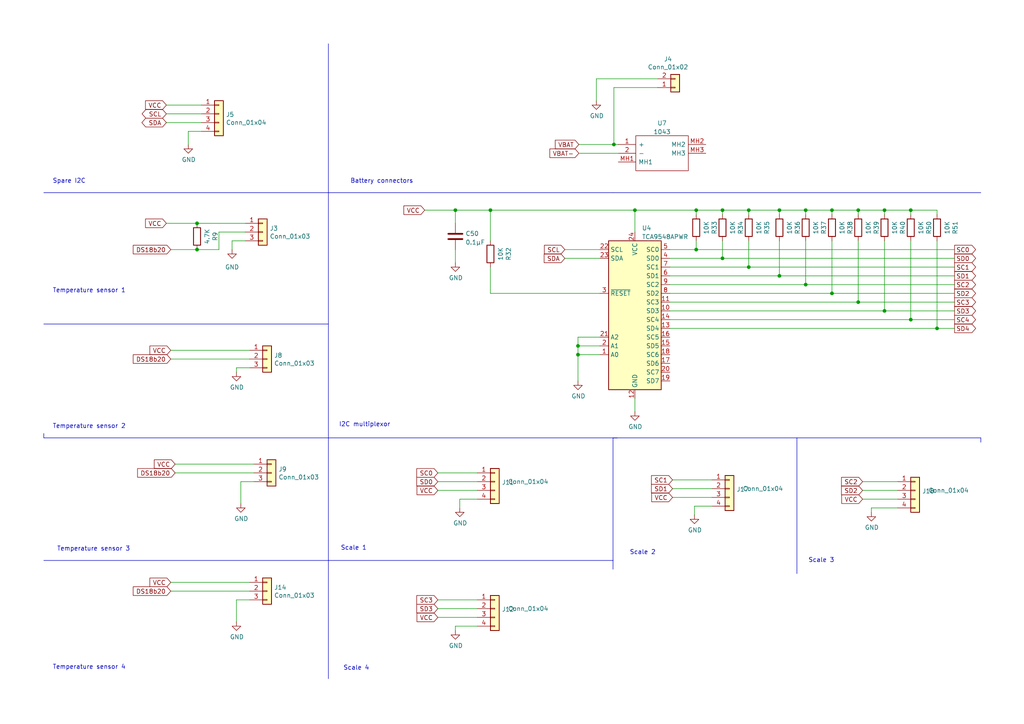
<source format=kicad_sch>
(kicad_sch (version 20230121) (generator eeschema)
  (paper "A4")
  (title_block (title "Open_beehive_scale_board") (date "2023-01-13") (rev "V0.4") (company "Ratamuse"))
  (lib_symbols
    (symbol "1043:1043" (pin_names (offset 0.762))
      (property "Reference" "U" (at 21.59 7.62 0))
      (property "Value" "1043" (at 21.59 5.08 0))
      (symbol "1043_0_0"
        (pin passive line (at 0 0 0) (length 5.08) (name "+") (number "1"))
        (pin passive line (at 0 -2.54 0) (length 5.08) (name "-") (number "2"))
        (pin passive line (at 0 -5.08 0) (length 5.08) (name "MH1") (number "MH1"))
        (pin passive line (at 25.4 0 180) (length 5.08) (name "MH2") (number "MH2"))
        (pin passive line (at 25.4 -2.54 180) (length 5.08) (name "MH3") (number "MH3"))
      )
      (symbol "1043_0_1"
        (polyline (pts (xy 5.08 2.54) (xy 20.32 2.54) (xy 20.32 -7.62) (xy 5.08 -7.62) (xy 5.08 2.54)) (stroke (width 0.1524)))
      )
    )
    (symbol "Connector_Generic:Conn_01x02" (pin_names (offset 1.016) hide)
      (property "Reference" "J" (at 0 2.54 0))
      (property "Value" "Conn_01x02" (at 0 -5.08 0))
      (symbol "Conn_01x02_1_1"
        (rectangle (start -1.27 -2.413) (end 0 -2.667) (stroke (width 0.1524)))
        (rectangle (start -1.27 0.127) (end 0 -0.127) (stroke (width 0.1524)))
        (rectangle (start -1.27 1.27) (end 1.27 -3.81) (stroke (width 0.254)) (fill (type background)))
        (pin passive line (at -5.08 0 0) (length 3.81) (name "Pin_1") (number "1"))
        (pin passive line (at -5.08 -2.54 0) (length 3.81) (name "Pin_2") (number "2"))
      )
    )
    (symbol "Connector_Generic:Conn_01x03" (pin_names (offset 1.016) hide)
      (property "Reference" "J" (at 0 5.08 0))
      (property "Value" "Conn_01x03" (at 0 -5.08 0))
      (symbol "Conn_01x03_1_1"
        (rectangle (start -1.27 -2.413) (end 0 -2.667) (stroke (width 0.1524)))
        (rectangle (start -1.27 0.127) (end 0 -0.127) (stroke (width 0.1524)))
        (rectangle (start -1.27 2.667) (end 0 2.413) (stroke (width 0.1524)))
        (rectangle (start -1.27 3.81) (end 1.27 -3.81) (stroke (width 0.254)) (fill (type background)))
        (pin passive line (at -5.08 2.54 0) (length 3.81) (name "Pin_1") (number "1"))
        (pin passive line (at -5.08 0 0) (length 3.81) (name "Pin_2") (number "2"))
        (pin passive line (at -5.08 -2.54 0) (length 3.81) (name "Pin_3") (number "3"))
      )
    )
    (symbol "Connector_Generic:Conn_01x04" (pin_names (offset 1.016) hide)
      (property "Reference" "J" (at 0 5.08 0))
      (property "Value" "Conn_01x04" (at 0 -7.62 0))
      (symbol "Conn_01x04_1_1"
        (rectangle (start -1.27 -4.953) (end 0 -5.207) (stroke (width 0.1524)))
        (rectangle (start -1.27 -2.413) (end 0 -2.667) (stroke (width 0.1524)))
        (rectangle (start -1.27 0.127) (end 0 -0.127) (stroke (width 0.1524)))
        (rectangle (start -1.27 2.667) (end 0 2.413) (stroke (width 0.1524)))
        (rectangle (start -1.27 3.81) (end 1.27 -6.35) (stroke (width 0.254)) (fill (type background)))
        (pin passive line (at -5.08 2.54 0) (length 3.81) (name "Pin_1") (number "1"))
        (pin passive line (at -5.08 0 0) (length 3.81) (name "Pin_2") (number "2"))
        (pin passive line (at -5.08 -2.54 0) (length 3.81) (name "Pin_3") (number "3"))
        (pin passive line (at -5.08 -5.08 0) (length 3.81) (name "Pin_4") (number "4"))
      )
    )
    (symbol "Device:C" (pin_numbers hide) (pin_names (offset 0.254))
      (property "Reference" "C" (at 0.635 2.54 0))
      (property "Value" "C" (at 0.635 -2.54 0))
      (symbol "C_0_1"
        (polyline (pts (xy -2.032 -0.762) (xy 2.032 -0.762)) (stroke (width 0.508)))
        (polyline (pts (xy -2.032 0.762) (xy 2.032 0.762)) (stroke (width 0.508)))
      )
      (symbol "C_1_1"
        (pin passive line (at 0 3.81 270) (length 2.794) (name "~") (number "1"))
        (pin passive line (at 0 -3.81 90) (length 2.794) (name "~") (number "2"))
      )
    )
    (symbol "Device:R" (pin_numbers hide) (pin_names (offset 0))
      (property "Reference" "R" (at 2.032 0 90))
      (property "Value" "R" (at 0 0 90))
      (symbol "R_0_1"
        (rectangle (start -1.016 -2.54) (end 1.016 2.54) (stroke (width 0.254)))
      )
      (symbol "R_1_1"
        (pin passive line (at 0 3.81 270) (length 1.27) (name "~") (number "1"))
        (pin passive line (at 0 -3.81 90) (length 1.27) (name "~") (number "2"))
      )
    )
    (symbol "Interface_Expansion:TCA9548APWR"
      (property "Reference" "U" (at -7.62 21.59 0))
      (property "Value" "TCA9548APWR" (at 1.016 21.59 0))
      (symbol "TCA9548APWR_0_1"
        (rectangle (start -7.62 20.32) (end 7.62 -22.86) (stroke (width 0.254)) (fill (type background)))
      )
      (symbol "TCA9548APWR_1_1"
        (pin input line (at -10.16 -12.7 0) (length 2.54) (name "A0") (number "1"))
        (pin bidirectional line (at 10.16 0 180) (length 2.54) (name "SD3") (number "10"))
        (pin output line (at 10.16 2.54 180) (length 2.54) (name "SC3") (number "11"))
        (pin power_in line (at 0 -25.4 90) (length 2.54) (name "GND") (number "12"))
        (pin bidirectional line (at 10.16 -5.08 180) (length 2.54) (name "SD4") (number "13"))
        (pin output line (at 10.16 -2.54 180) (length 2.54) (name "SC4") (number "14"))
        (pin bidirectional line (at 10.16 -10.16 180) (length 2.54) (name "SD5") (number "15"))
        (pin output line (at 10.16 -7.62 180) (length 2.54) (name "SC5") (number "16"))
        (pin bidirectional line (at 10.16 -15.24 180) (length 2.54) (name "SD6") (number "17"))
        (pin output line (at 10.16 -12.7 180) (length 2.54) (name "SC6") (number "18"))
        (pin bidirectional line (at 10.16 -20.32 180) (length 2.54) (name "SD7") (number "19"))
        (pin input line (at -10.16 -10.16 0) (length 2.54) (name "A1") (number "2"))
        (pin output line (at 10.16 -17.78 180) (length 2.54) (name "SC7") (number "20"))
        (pin input line (at -10.16 -7.62 0) (length 2.54) (name "A2") (number "21"))
        (pin input line (at -10.16 17.78 0) (length 2.54) (name "SCL") (number "22"))
        (pin bidirectional line (at -10.16 15.24 0) (length 2.54) (name "SDA") (number "23"))
        (pin power_in line (at 0 22.86 270) (length 2.54) (name "VCC") (number "24"))
        (pin input line (at -10.16 5.08 0) (length 2.54) (name "~{RESET}") (number "3"))
        (pin bidirectional line (at 10.16 15.24 180) (length 2.54) (name "SD0") (number "4"))
        (pin output line (at 10.16 17.78 180) (length 2.54) (name "SC0") (number "5"))
        (pin bidirectional line (at 10.16 10.16 180) (length 2.54) (name "SD1") (number "6"))
        (pin output line (at 10.16 12.7 180) (length 2.54) (name "SC1") (number "7"))
        (pin bidirectional line (at 10.16 5.08 180) (length 2.54) (name "SD2") (number "8"))
        (pin output line (at 10.16 7.62 180) (length 2.54) (name "SC2") (number "9"))
      )
    )
    (symbol "power:GND" (power) (pin_names (offset 0))
      (property "Value" "GND" (at 0 -3.81 0))
      (symbol "GND_0_1"
        (polyline (pts (xy 0 0) (xy 0 -1.27) (xy 1.27 -1.27) (xy 0 -2.54) (xy -1.27 -1.27) (xy 0 -1.27)))
      )
      (symbol "GND_1_1"
        (pin power_in line (at 0 0 270) (length 0) hide (name "GND") (number "1"))
      )
    )
  )
  (junction (at 57.15 72.39))
  (junction (at 142.24 60.96))
  (junction (at 209.55 74.93))
  (junction (at 256.54 90.17))
  (junction (at 201.93 60.96))
  (junction (at 57.15 64.77))
  (junction (at 248.92 87.63))
  (junction (at 241.3 60.96))
  (junction (at 233.68 82.55))
  (junction (at 217.17 60.96))
  (junction (at 132.08 60.96))
  (junction (at 248.92 60.96))
  (junction (at 226.06 80.01))
  (junction (at 217.17 77.47))
  (junction (at 226.06 60.96))
  (junction (at 271.78 95.25))
  (junction (at 167.64 100.33))
  (junction (at 201.93 72.39))
  (junction (at 233.68 60.96))
  (junction (at 184.15 60.96))
  (junction (at 241.3 85.09))
  (junction (at 178.054 41.91))
  (junction (at 264.16 60.96))
  (junction (at 256.54 60.96))
  (junction (at 209.55 60.96))
  (junction (at 264.16 92.71))
  (junction (at 167.64 102.87))
  (wire (pts (xy 68.58 107.95) (xy 68.58 106.68)))
  (wire (pts (xy 49.53 171.45) (xy 72.39 171.45)))
  (wire (pts (xy 178.054 41.91) (xy 178.054 25.4)))
  (wire (pts (xy 194.31 74.93) (xy 209.55 74.93)))
  (wire (pts (xy 127 137.16) (xy 138.43 137.16)))
  (wire (pts (xy 132.08 60.96) (xy 142.24 60.96)))
  (wire (pts (xy 209.55 60.96) (xy 217.17 60.96)))
  (wire (pts (xy 248.92 69.85) (xy 248.92 87.63)))
  (wire (pts (xy 127 142.24) (xy 138.43 142.24)))
  (wire (pts (xy 241.3 60.96) (xy 248.92 60.96)))
  (wire (pts (xy 167.64 97.79) (xy 167.64 100.33)))
  (wire (pts (xy 167.64 100.33) (xy 173.99 100.33)))
  (wire (pts (xy 271.78 60.96) (xy 271.78 62.23)))
  (wire (pts (xy 241.3 69.85) (xy 241.3 85.09)))
  (wire (pts (xy 250.19 144.78) (xy 260.35 144.78)))
  (wire (pts (xy 194.31 80.01) (xy 226.06 80.01)))
  (wire (pts (xy 195.072 141.732) (xy 206.502 141.732)))
  (wire (pts (xy 142.24 85.09) (xy 142.24 77.47)))
  (wire (pts (xy 178.054 25.4) (xy 190.754 25.4)))
  (wire (pts (xy 49.53 168.91) (xy 72.39 168.91)))
  (wire (pts (xy 163.83 72.39) (xy 173.99 72.39)))
  (wire (pts (xy 201.422 149.352) (xy 201.422 146.812)))
  (wire (pts (xy 195.072 144.272) (xy 206.502 144.272)))
  (polyline (pts (xy 12.7 93.98) (xy 95.25 93.98)))
  (wire (pts (xy 264.16 60.96) (xy 271.78 60.96)))
  (wire (pts (xy 49.53 72.39) (xy 57.15 72.39)))
  (wire (pts (xy 194.31 72.39) (xy 201.93 72.39)))
  (wire (pts (xy 195.072 139.192) (xy 206.502 139.192)))
  (wire (pts (xy 132.08 182.88) (xy 132.08 181.61)))
  (polyline (pts (xy 177.8 55.88) (xy 284.48 55.88)))
  (polyline (pts (xy 12.7 162.56) (xy 95.25 162.56)))
  (wire (pts (xy 167.64 100.33) (xy 167.64 102.87)))
  (wire (pts (xy 201.93 69.85) (xy 201.93 72.39)))
  (wire (pts (xy 172.974 22.86) (xy 172.974 29.21)))
  (wire (pts (xy 250.19 139.7) (xy 260.35 139.7)))
  (wire (pts (xy 167.894 44.45) (xy 179.324 44.45)))
  (wire (pts (xy 71.12 64.77) (xy 57.15 64.77)))
  (wire (pts (xy 226.06 60.96) (xy 233.68 60.96)))
  (wire (pts (xy 194.31 85.09) (xy 241.3 85.09)))
  (wire (pts (xy 127 173.99) (xy 138.43 173.99)))
  (wire (pts (xy 201.93 72.39) (xy 276.86 72.39)))
  (wire (pts (xy 142.24 60.96) (xy 184.15 60.96)))
  (wire (pts (xy 167.894 41.91) (xy 178.054 41.91)))
  (wire (pts (xy 71.12 69.85) (xy 67.31 69.85)))
  (wire (pts (xy 271.78 69.85) (xy 271.78 95.25)))
  (wire (pts (xy 209.55 69.85) (xy 209.55 74.93)))
  (wire (pts (xy 252.73 148.59) (xy 252.73 147.32)))
  (wire (pts (xy 194.31 82.55) (xy 233.68 82.55)))
  (wire (pts (xy 132.08 60.96) (xy 132.08 64.77)))
  (wire (pts (xy 50.8 137.16) (xy 73.66 137.16)))
  (wire (pts (xy 178.054 41.91) (xy 179.324 41.91)))
  (wire (pts (xy 58.42 33.02) (xy 48.26 33.02)))
  (wire (pts (xy 241.3 60.96) (xy 241.3 62.23)))
  (wire (pts (xy 233.68 60.96) (xy 233.68 62.23)))
  (wire (pts (xy 133.35 144.78) (xy 133.35 147.32)))
  (polyline (pts (xy 177.8 162.56) (xy 177.8 127)))
  (wire (pts (xy 248.92 60.96) (xy 256.54 60.96)))
  (wire (pts (xy 63.5 67.31) (xy 63.5 72.39)))
  (wire (pts (xy 248.92 60.96) (xy 248.92 62.23)))
  (wire (pts (xy 209.55 74.93) (xy 276.86 74.93)))
  (wire (pts (xy 184.15 67.31) (xy 184.15 60.96)))
  (wire (pts (xy 58.42 38.1) (xy 54.61 38.1)))
  (wire (pts (xy 127 179.07) (xy 138.43 179.07)))
  (wire (pts (xy 57.15 72.39) (xy 63.5 72.39)))
  (wire (pts (xy 138.43 144.78) (xy 133.35 144.78)))
  (polyline (pts (xy 12.7 125.73) (xy 12.7 127)))
  (wire (pts (xy 69.85 139.7) (xy 69.85 146.05)))
  (wire (pts (xy 184.15 60.96) (xy 201.93 60.96)))
  (wire (pts (xy 67.31 69.85) (xy 67.31 72.39)))
  (wire (pts (xy 123.19 60.96) (xy 132.08 60.96)))
  (wire (pts (xy 217.17 77.47) (xy 276.86 77.47)))
  (polyline (pts (xy 177.8 162.56) (xy 177.8 165.1)))
  (polyline (pts (xy 284.48 127) (xy 284.48 128.27)))
  (wire (pts (xy 194.31 77.47) (xy 217.17 77.47)))
  (wire (pts (xy 73.66 139.7) (xy 69.85 139.7)))
  (wire (pts (xy 48.26 35.56) (xy 58.42 35.56)))
  (polyline (pts (xy 95.25 127) (xy 284.48 127)))
  (wire (pts (xy 163.83 74.93) (xy 173.99 74.93)))
  (wire (pts (xy 226.06 80.01) (xy 276.86 80.01)))
  (wire (pts (xy 172.974 22.86) (xy 190.754 22.86)))
  (wire (pts (xy 217.17 60.96) (xy 226.06 60.96)))
  (polyline (pts (xy 95.25 55.88) (xy 177.8 55.88)))
  (wire (pts (xy 72.39 106.68) (xy 68.58 106.68)))
  (polyline (pts (xy 95.25 127) (xy 12.7 127)))
  (wire (pts (xy 233.68 60.96) (xy 241.3 60.96)))
  (wire (pts (xy 226.06 69.85) (xy 226.06 80.01)))
  (wire (pts (xy 194.31 87.63) (xy 248.92 87.63)))
  (wire (pts (xy 252.73 147.32) (xy 260.35 147.32)))
  (wire (pts (xy 127 176.53) (xy 138.43 176.53)))
  (wire (pts (xy 68.58 173.99) (xy 68.58 180.34)))
  (wire (pts (xy 48.26 30.48) (xy 58.42 30.48)))
  (wire (pts (xy 233.68 69.85) (xy 233.68 82.55)))
  (wire (pts (xy 132.08 72.39) (xy 132.08 76.2)))
  (polyline (pts (xy 95.25 12.7) (xy 95.25 196.85)))
  (wire (pts (xy 217.17 69.85) (xy 217.17 77.47)))
  (wire (pts (xy 194.31 92.71) (xy 264.16 92.71)))
  (wire (pts (xy 271.78 95.25) (xy 276.86 95.25)))
  (wire (pts (xy 264.16 69.85) (xy 264.16 92.71)))
  (wire (pts (xy 71.12 67.31) (xy 63.5 67.31)))
  (wire (pts (xy 201.422 146.812) (xy 206.502 146.812)))
  (wire (pts (xy 201.93 60.96) (xy 209.55 60.96)))
  (wire (pts (xy 194.31 90.17) (xy 256.54 90.17)))
  (polyline (pts (xy 95.25 162.56) (xy 177.8 162.56)))
  (wire (pts (xy 72.39 173.99) (xy 68.58 173.99)))
  (polyline (pts (xy 231.14 127) (xy 231.14 166.37)))
  (wire (pts (xy 209.55 60.96) (xy 209.55 62.23)))
  (wire (pts (xy 194.31 95.25) (xy 271.78 95.25)))
  (wire (pts (xy 250.19 142.24) (xy 260.35 142.24)))
  (wire (pts (xy 49.53 104.14) (xy 72.39 104.14)))
  (wire (pts (xy 256.54 60.96) (xy 264.16 60.96)))
  (wire (pts (xy 201.93 60.96) (xy 201.93 62.23)))
  (wire (pts (xy 57.15 64.77) (xy 48.26 64.77)))
  (polyline (pts (xy 12.7 55.88) (xy 95.25 55.88)))
  (wire (pts (xy 241.3 85.09) (xy 276.86 85.09)))
  (wire (pts (xy 264.16 92.71) (xy 276.86 92.71)))
  (wire (pts (xy 142.24 69.85) (xy 142.24 60.96)))
  (wire (pts (xy 256.54 60.96) (xy 256.54 62.23)))
  (wire (pts (xy 256.54 90.17) (xy 276.86 90.17)))
  (wire (pts (xy 256.54 69.85) (xy 256.54 90.17)))
  (wire (pts (xy 50.8 134.62) (xy 73.66 134.62)))
  (wire (pts (xy 233.68 82.55) (xy 276.86 82.55)))
  (wire (pts (xy 49.53 101.6) (xy 72.39 101.6)))
  (wire (pts (xy 54.61 38.1) (xy 54.61 41.91)))
  (wire (pts (xy 173.99 85.09) (xy 142.24 85.09)))
  (wire (pts (xy 173.99 97.79) (xy 167.64 97.79)))
  (wire (pts (xy 248.92 87.63) (xy 276.86 87.63)))
  (wire (pts (xy 127 139.7) (xy 138.43 139.7)))
  (wire (pts (xy 226.06 60.96) (xy 226.06 62.23)))
  (polyline (pts (xy 177.8 127) (xy 179.07 127)))
  (wire (pts (xy 264.16 60.96) (xy 264.16 62.23)))
  (wire (pts (xy 132.08 181.61) (xy 138.43 181.61)))
  (wire (pts (xy 184.15 115.57) (xy 184.15 119.38)))
  (wire (pts (xy 167.64 102.87) (xy 173.99 102.87)))
  (wire (pts (xy 217.17 60.96) (xy 217.17 62.23)))
  (wire (pts (xy 167.64 102.87) (xy 167.64 110.49)))
  (text "Scale 4" (at 99.568 194.564 0) (effects (font (size 1.27 1.27)) (justify left bottom)))
  (text "Scale 1" (at 98.806 159.766 0) (effects (font (size 1.27 1.27)) (justify left bottom)))
  (text "Scale 3" (at 234.442 163.322 0) (effects (font (size 1.27 1.27)) (justify left bottom)))
  (text "Scale 2" (at 182.626 161.036 0) (effects (font (size 1.27 1.27)) (justify left bottom)))
  (text "I2C multiplexor" (at 98.298 123.952 0) (effects (font (size 1.27 1.27)) (justify left bottom)))
  (text "Temperature sensor 2\n" (at 15.24 124.46 0) (effects (font (size 1.27 1.27)) (justify left bottom)))
  (text "Battery connectors" (at 101.6 53.34 0) (effects (font (size 1.27 1.27)) (justify left bottom)))
  (text "Spare I2C" (at 15.24 53.34 0) (effects (font (size 1.27 1.27)) (justify left bottom)))
  (text "Temperature sensor 1" (at 15.24 85.09 0) (effects (font (size 1.27 1.27)) (justify left bottom)))
  (text "Temperature sensor 3\n" (at 16.51 160.02 0) (effects (font (size 1.27 1.27)) (justify left bottom)))
  (text "Temperature sensor 4" (at 15.24 194.31 0) (effects (font (size 1.27 1.27)) (justify left bottom)))
  (global_label "SD1" (shape input) (at 195.072 141.732 180) (property "Intersheetrefs" "${INTERSHEET_REFS}" (effects hide)))
  (global_label "VCC" (shape input) (at 195.072 144.272 180) (property "Intersheetrefs" "${INTERSHEET_REFS}" (effects hide)))
  (global_label "SD3" (shape output) (at 276.86 90.17 0) (property "Intersheetrefs" "${INTERSHEET_REFS}" (effects hide)))
  (global_label "SC2" (shape output) (at 276.86 82.55 0) (property "Intersheetrefs" "${INTERSHEET_REFS}" (effects hide)))
  (global_label "VCC" (shape input) (at 250.19 144.78 180) (property "Intersheetrefs" "${INTERSHEET_REFS}" (effects hide)))
  (global_label "SC4" (shape output) (at 276.86 92.71 0) (property "Intersheetrefs" "${INTERSHEET_REFS}" (effects hide)))
  (global_label "SD2" (shape input) (at 250.19 142.24 180) (property "Intersheetrefs" "${INTERSHEET_REFS}" (effects hide)))
  (global_label "DS18b20" (shape input) (at 49.53 171.45 180) (property "Intersheetrefs" "${INTERSHEET_REFS}" (effects hide)))
  (global_label "DS18b20" (shape input) (at 50.8 137.16 180) (property "Intersheetrefs" "${INTERSHEET_REFS}" (effects hide)))
  (global_label "SCL" (shape bidirectional) (at 48.26 33.02 180) (property "Intersheetrefs" "${INTERSHEET_REFS}" (effects hide)))
  (global_label "VCC" (shape input) (at 127 142.24 180) (property "Intersheetrefs" "${INTERSHEET_REFS}" (effects hide)))
  (global_label "SD2" (shape output) (at 276.86 85.09 0) (property "Intersheetrefs" "${INTERSHEET_REFS}" (effects hide)))
  (global_label "SC1" (shape output) (at 276.86 77.47 0) (property "Intersheetrefs" "${INTERSHEET_REFS}" (effects hide)))
  (global_label "SDA" (shape input) (at 163.83 74.93 180) (property "Intersheetrefs" "${INTERSHEET_REFS}" (effects hide)))
  (global_label "VBAT-" (shape input) (at 167.894 44.45 180) (property "Intersheetrefs" "${INTERSHEET_REFS}" (effects hide)))
  (global_label "VBAT" (shape input) (at 167.894 41.91 180) (property "Intersheetrefs" "${INTERSHEET_REFS}" (effects hide)))
  (global_label "VCC" (shape input) (at 50.8 134.62 180) (property "Intersheetrefs" "${INTERSHEET_REFS}" (effects hide)))
  (global_label "VCC" (shape input) (at 127 179.07 180) (property "Intersheetrefs" "${INTERSHEET_REFS}" (effects hide)))
  (global_label "VCC" (shape input) (at 48.26 30.48 180) (property "Intersheetrefs" "${INTERSHEET_REFS}" (effects hide)))
  (global_label "SC0" (shape output) (at 276.86 72.39 0) (property "Intersheetrefs" "${INTERSHEET_REFS}" (effects hide)))
  (global_label "VCC" (shape input) (at 48.26 64.77 180) (property "Intersheetrefs" "${INTERSHEET_REFS}" (effects hide)))
  (global_label "DS18b20" (shape input) (at 49.53 104.14 180) (property "Intersheetrefs" "${INTERSHEET_REFS}" (effects hide)))
  (global_label "SD1" (shape output) (at 276.86 80.01 0) (property "Intersheetrefs" "${INTERSHEET_REFS}" (effects hide)))
  (global_label "VCC" (shape input) (at 49.53 101.6 180) (property "Intersheetrefs" "${INTERSHEET_REFS}" (effects hide)))
  (global_label "SD4" (shape output) (at 276.86 95.25 0) (property "Intersheetrefs" "${INTERSHEET_REFS}" (effects hide)))
  (global_label "SC3" (shape input) (at 127 173.99 180) (property "Intersheetrefs" "${INTERSHEET_REFS}" (effects hide)))
  (global_label "DS18b20" (shape input) (at 49.53 72.39 180) (property "Intersheetrefs" "${INTERSHEET_REFS}" (effects hide)))
  (global_label "SC2" (shape input) (at 250.19 139.7 180) (property "Intersheetrefs" "${INTERSHEET_REFS}" (effects hide)))
  (global_label "SD3" (shape input) (at 127 176.53 180) (property "Intersheetrefs" "${INTERSHEET_REFS}" (effects hide)))
  (global_label "SCL" (shape input) (at 163.83 72.39 180) (property "Intersheetrefs" "${INTERSHEET_REFS}" (effects hide)))
  (global_label "SD0" (shape input) (at 127 139.7 180) (property "Intersheetrefs" "${INTERSHEET_REFS}" (effects hide)))
  (global_label "SC1" (shape input) (at 195.072 139.192 180) (property "Intersheetrefs" "${INTERSHEET_REFS}" (effects hide)))
  (global_label "VCC" (shape input) (at 123.19 60.96 180) (property "Intersheetrefs" "${INTERSHEET_REFS}" (effects hide)))
  (global_label "SC0" (shape input) (at 127 137.16 180) (property "Intersheetrefs" "${INTERSHEET_REFS}" (effects hide)))
  (global_label "VCC" (shape input) (at 49.53 168.91 180) (property "Intersheetrefs" "${INTERSHEET_REFS}" (effects hide)))
  (global_label "SD0" (shape output) (at 276.86 74.93 0) (property "Intersheetrefs" "${INTERSHEET_REFS}" (effects hide)))
  (global_label "SC3" (shape output) (at 276.86 87.63 0) (property "Intersheetrefs" "${INTERSHEET_REFS}" (effects hide)))
  (global_label "SDA" (shape bidirectional) (at 48.26 35.56 180) (property "Intersheetrefs" "${INTERSHEET_REFS}" (effects hide)))
  (symbol (lib_id "Connector_Generic:Conn_01x02") (at 195.834 25.4 0) (mirror x) (unit 1)
    (property "Reference" "J4" (at 193.7512 17.145 0))
    (property "Value" "Conn_01x02" (at 193.7512 19.4564 0))
    (property "Footprint" "Connector_JST:JST_PH_B2B-PH-K_1x02_P2.00mm_Vertical" (effects hide))
  )
  (symbol (lib_id "power:GND") (at 54.61 41.91 0) (unit 1)
    (property "Reference" "#PWR0128" (effects hide))
    (property "Value" "GND" (at 54.737 46.3042 0))
  )
  (symbol (lib_id "Connector_Generic:Conn_01x04") (at 143.51 176.53 0) (unit 1)
    (property "Reference" "J12" (at 145.542 176.7332 0) (effects (justify left)))
    (property "Value" "Conn_01x04" (at 147.32 176.53 0) (effects (justify left)))
    (property "Footprint" "Connector_JST:JST_PH_B4B-PH-K_1x04_P2.00mm_Vertical" (effects hide))
  )
  (symbol (lib_id "power:GND") (at 69.85 146.05 0) (unit 1)
    (property "Reference" "#PWR0109" (effects hide))
    (property "Value" "GND" (at 69.977 150.4442 0))
  )
  (symbol (lib_id "Device:R") (at 264.16 66.04 180) (unit 1)
    (property "Reference" "R50" (at 269.4178 66.04 90))
    (property "Value" "10K" (at 267.1064 66.04 90))
    (property "Footprint" "Resistor_SMD:R_0603_1608Metric" (effects hide))
  )
  (symbol (lib_id "power:GND") (at 184.15 119.38 0) (unit 1)
    (property "Reference" "#PWR0104" (effects hide))
    (property "Value" "GND" (at 184.277 123.7742 0))
  )
  (symbol (lib_id "Device:R") (at 233.68 66.04 180) (unit 1)
    (property "Reference" "R37" (at 238.9378 66.04 90))
    (property "Value" "10K" (at 236.6264 66.04 90))
    (property "Footprint" "Resistor_SMD:R_0603_1608Metric" (effects hide))
  )
  (symbol (lib_id "Device:C") (at 132.08 68.58 0) (unit 1)
    (property "Reference" "C50" (at 135.001 67.7453 0) (effects (justify left)))
    (property "Value" "0.1µF" (at 135.001 70.2822 0) (effects (justify left)))
    (property "Footprint" "Capacitor_SMD:C_0603_1608Metric" (effects hide))
  )
  (symbol (lib_id "Connector_Generic:Conn_01x04") (at 265.43 142.24 0) (unit 1)
    (property "Reference" "J18" (at 267.462 142.4432 0) (effects (justify left)))
    (property "Value" "Conn_01x04" (at 269.24 142.24 0) (effects (justify left)))
    (property "Footprint" "Connector_JST:JST_PH_B4B-PH-K_1x04_P2.00mm_Vertical" (effects hide))
  )
  (symbol (lib_id "Connector_Generic:Conn_01x03") (at 76.2 67.31 0) (unit 1)
    (property "Reference" "J3" (at 78.232 66.2432 0) (effects (justify left)))
    (property "Value" "Conn_01x03" (at 78.232 68.5546 0) (effects (justify left)))
    (property "Footprint" "Connector_JST:JST_PH_B3B-PH-K_1x03_P2.00mm_Vertical" (effects hide))
  )
  (symbol (lib_id "Device:R") (at 226.06 66.04 180) (unit 1)
    (property "Reference" "R36" (at 231.3178 66.04 90))
    (property "Value" "10K" (at 229.0064 66.04 90))
    (property "Footprint" "Resistor_SMD:R_0603_1608Metric" (effects hide))
  )
  (symbol (lib_id "power:GND") (at 132.08 182.88 0) (unit 1)
    (property "Reference" "#PWR0190" (effects hide))
    (property "Value" "GND" (at 132.207 187.2742 0))
  )
  (symbol (lib_id "power:GND") (at 133.35 147.32 0) (unit 1)
    (property "Reference" "#PWR0141" (effects hide))
    (property "Value" "GND" (at 133.477 151.7142 0))
  )
  (symbol (lib_id "Connector_Generic:Conn_01x03") (at 78.74 137.16 0) (unit 1)
    (property "Reference" "J9" (at 80.772 136.0932 0) (effects (justify left)))
    (property "Value" "Conn_01x03" (at 80.772 138.4046 0) (effects (justify left)))
    (property "Footprint" "Connector_JST:JST_PH_B3B-PH-K_1x03_P2.00mm_Vertical" (effects hide))
  )
  (symbol (lib_id "Device:R") (at 57.15 68.58 180) (unit 1)
    (property "Reference" "R9" (at 62.4078 68.58 90))
    (property "Value" "4.7K" (at 60.0964 68.58 90))
    (property "Footprint" "Resistor_SMD:R_0603_1608Metric" (effects hide))
  )
  (symbol (lib_id "Device:R") (at 217.17 66.04 180) (unit 1)
    (property "Reference" "R35" (at 222.4278 66.04 90))
    (property "Value" "10K" (at 220.1164 66.04 90))
    (property "Footprint" "Resistor_SMD:R_0603_1608Metric" (effects hide))
  )
  (symbol (lib_id "power:GND") (at 132.08 76.2 0) (unit 1)
    (property "Reference" "#PWR0191" (effects hide))
    (property "Value" "GND" (at 132.207 80.5942 0))
  )
  (symbol (lib_id "Device:R") (at 256.54 66.04 180) (unit 1)
    (property "Reference" "R40" (at 261.7978 66.04 90))
    (property "Value" "10K" (at 259.4864 66.04 90))
    (property "Footprint" "Resistor_SMD:R_0603_1608Metric" (effects hide))
  )
  (symbol (lib_id "Device:R") (at 142.24 73.66 180) (unit 1)
    (property "Reference" "R32" (at 147.4978 73.66 90))
    (property "Value" "10K" (at 145.1864 73.66 90))
    (property "Footprint" "Resistor_SMD:R_0603_1608Metric" (effects hide))
  )
  (symbol (lib_id "Connector_Generic:Conn_01x04") (at 143.51 139.7 0) (unit 1)
    (property "Reference" "J11" (at 145.542 139.9032 0) (effects (justify left)))
    (property "Value" "Conn_01x04" (at 147.32 139.7 0) (effects (justify left)))
    (property "Footprint" "Connector_JST:JST_PH_B4B-PH-K_1x04_P2.00mm_Vertical" (effects hide))
  )
  (symbol (lib_id "Device:R") (at 271.78 66.04 180) (unit 1)
    (property "Reference" "R51" (at 277.0378 66.04 90))
    (property "Value" "10K" (at 274.7264 66.04 90))
    (property "Footprint" "Resistor_SMD:R_0603_1608Metric" (effects hide))
  )
  (symbol (lib_id "power:GND") (at 68.58 107.95 0) (unit 1)
    (property "Reference" "#PWR0102" (effects hide))
    (property "Value" "GND" (at 68.707 112.3442 0))
  )
  (symbol (lib_id "Device:R") (at 248.92 66.04 180) (unit 1)
    (property "Reference" "R39" (at 254.1778 66.04 90))
    (property "Value" "10K" (at 251.8664 66.04 90))
    (property "Footprint" "Resistor_SMD:R_0603_1608Metric" (effects hide))
  )
  (symbol (lib_id "power:GND") (at 172.974 29.21 0) (unit 1)
    (property "Reference" "#PWR0233" (effects hide))
    (property "Value" "GND" (at 173.101 33.6042 0))
  )
  (symbol (lib_id "Device:R") (at 209.55 66.04 180) (unit 1)
    (property "Reference" "R34" (at 214.8078 66.04 90))
    (property "Value" "10K" (at 212.4964 66.04 90))
    (property "Footprint" "Resistor_SMD:R_0603_1608Metric" (effects hide))
  )
  (symbol (lib_id "power:GND") (at 67.31 72.39 0) (unit 1)
    (property "Reference" "#PWR0140" (effects hide))
    (property "Value" "GND" (at 67.31 77.47 0))
  )
  (symbol (lib_id "Connector_Generic:Conn_01x04") (at 211.582 141.732 0) (unit 1)
    (property "Reference" "J17" (at 213.614 141.9352 0) (effects (justify left)))
    (property "Value" "Conn_01x04" (at 215.392 141.732 0) (effects (justify left)))
    (property "Footprint" "Connector_JST:JST_PH_B4B-PH-K_1x04_P2.00mm_Vertical" (effects hide))
  )
  (symbol (lib_id "Device:R") (at 241.3 66.04 180) (unit 1)
    (property "Reference" "R38" (at 246.5578 66.04 90))
    (property "Value" "10K" (at 244.2464 66.04 90))
    (property "Footprint" "Resistor_SMD:R_0603_1608Metric" (effects hide))
  )
  (symbol (lib_id "1043:1043") (at 179.324 41.91 0) (unit 1)
    (property "Reference" "U7" (at 192.024 35.721 0))
    (property "Value" "1043" (at 192.024 38.2579 0))
    (property "Footprint" "Empreintes:1043" (effects hide))
    (property "Datasheet" "http://www.keyelco.com/product-pdf.cfm?p=919" (effects hide))
    (property "Description" "KEYSTONE - 1043 - BATTERY HOLDER, 18650, TH" (effects hide))
    (property "Height" "14.86" (effects hide))
    (property "Mouser Part Number" "534-1043" (effects hide))
    (property "Mouser Price/Stock" "https://www.mouser.co.uk/ProductDetail/Keystone-Electronics/1043?qs=%2F7TOpeL5Mz6j%2FnxeOA1rsg%3D%3D" (effects hide))
    (property "Manufacturer_Name" "Keystone Electronics" (effects hide))
    (property "Manufacturer_Part_Number" "1043" (effects hide))
  )
  (symbol (lib_id "Connector_Generic:Conn_01x03") (at 77.47 171.45 0) (unit 1)
    (property "Reference" "J14" (at 79.502 170.3832 0) (effects (justify left)))
    (property "Value" "Conn_01x03" (at 79.502 172.6946 0) (effects (justify left)))
    (property "Footprint" "Connector_JST:JST_PH_B3B-PH-K_1x03_P2.00mm_Vertical" (effects hide))
  )
  (symbol (lib_id "power:GND") (at 252.73 148.59 0) (unit 1)
    (property "Reference" "#PWR0121" (effects hide))
    (property "Value" "GND" (at 252.857 152.9842 0))
  )
  (symbol (lib_id "Connector_Generic:Conn_01x03") (at 77.47 104.14 0) (unit 1)
    (property "Reference" "J8" (at 79.502 103.0732 0) (effects (justify left)))
    (property "Value" "Conn_01x03" (at 79.502 105.3846 0) (effects (justify left)))
    (property "Footprint" "Connector_JST:JST_PH_B3B-PH-K_1x03_P2.00mm_Vertical" (effects hide))
  )
  (symbol (lib_id "Interface_Expansion:TCA9548APWR") (at 184.15 90.17 0) (unit 1)
    (property "Reference" "U4" (at 186.1694 66.1502 0) (effects (justify left)))
    (property "Value" "TCA9548APWR" (at 186.1694 68.6871 0) (effects (justify left)))
    (property "Footprint" "Package_SO:TSSOP-24_4.4x7.8mm_P0.65mm" (effects hide))
    (property "Datasheet" "http://www.ti.com/lit/ds/symlink/tca9548a.pdf" (effects hide))
  )
  (symbol (lib_id "Connector_Generic:Conn_01x04") (at 63.5 33.02 0) (unit 1)
    (property "Reference" "J5" (at 65.532 33.2232 0) (effects (justify left)))
    (property "Value" "Conn_01x04" (at 65.532 35.5346 0) (effects (justify left)))
    (property "Footprint" "Connector_JST:JST_PH_B4B-PH-K_1x04_P2.00mm_Vertical" (effects hide))
  )
  (symbol (lib_id "Device:R") (at 201.93 66.04 180) (unit 1)
    (property "Reference" "R33" (at 207.1878 66.04 90))
    (property "Value" "10K" (at 204.8764 66.04 90))
    (property "Footprint" "Resistor_SMD:R_0603_1608Metric" (effects hide))
  )
  (symbol (lib_id "power:GND") (at 68.58 180.34 0) (unit 1)
    (property "Reference" "#PWR0122" (effects hide))
    (property "Value" "GND" (at 68.707 184.7342 0))
  )
  (symbol (lib_id "power:GND") (at 201.422 149.352 0) (unit 1)
    (property "Reference" "#PWR0124" (effects hide))
    (property "Value" "GND" (at 201.549 153.7462 0))
  )
  (symbol (lib_id "power:GND") (at 167.64 110.49 0) (unit 1)
    (property "Reference" "#PWR0112" (effects hide))
    (property "Value" "GND" (at 167.767 114.8842 0))
  )
)
</source>
